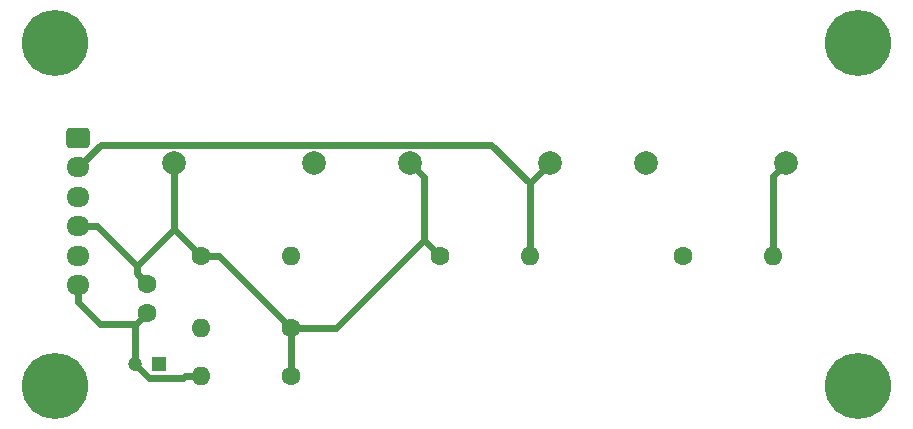
<source format=gbr>
%TF.GenerationSoftware,KiCad,Pcbnew,7.0.2*%
%TF.CreationDate,2023-10-27T13:44:30+02:00*%
%TF.ProjectId,zmct_3phase,7a6d6374-5f33-4706-9861-73652e6b6963,rev?*%
%TF.SameCoordinates,Original*%
%TF.FileFunction,Copper,L2,Bot*%
%TF.FilePolarity,Positive*%
%FSLAX46Y46*%
G04 Gerber Fmt 4.6, Leading zero omitted, Abs format (unit mm)*
G04 Created by KiCad (PCBNEW 7.0.2) date 2023-10-27 13:44:30*
%MOMM*%
%LPD*%
G01*
G04 APERTURE LIST*
G04 Aperture macros list*
%AMRoundRect*
0 Rectangle with rounded corners*
0 $1 Rounding radius*
0 $2 $3 $4 $5 $6 $7 $8 $9 X,Y pos of 4 corners*
0 Add a 4 corners polygon primitive as box body*
4,1,4,$2,$3,$4,$5,$6,$7,$8,$9,$2,$3,0*
0 Add four circle primitives for the rounded corners*
1,1,$1+$1,$2,$3*
1,1,$1+$1,$4,$5*
1,1,$1+$1,$6,$7*
1,1,$1+$1,$8,$9*
0 Add four rect primitives between the rounded corners*
20,1,$1+$1,$2,$3,$4,$5,0*
20,1,$1+$1,$4,$5,$6,$7,0*
20,1,$1+$1,$6,$7,$8,$9,0*
20,1,$1+$1,$8,$9,$2,$3,0*%
G04 Aperture macros list end*
%TA.AperFunction,ComponentPad*%
%ADD10C,1.600000*%
%TD*%
%TA.AperFunction,ComponentPad*%
%ADD11O,1.600000X1.600000*%
%TD*%
%TA.AperFunction,ComponentPad*%
%ADD12C,2.000000*%
%TD*%
%TA.AperFunction,ComponentPad*%
%ADD13C,5.600000*%
%TD*%
%TA.AperFunction,ComponentPad*%
%ADD14RoundRect,0.250000X-0.725000X0.600000X-0.725000X-0.600000X0.725000X-0.600000X0.725000X0.600000X0*%
%TD*%
%TA.AperFunction,ComponentPad*%
%ADD15O,1.950000X1.700000*%
%TD*%
%TA.AperFunction,ComponentPad*%
%ADD16R,1.200000X1.200000*%
%TD*%
%TA.AperFunction,ComponentPad*%
%ADD17C,1.200000*%
%TD*%
%TA.AperFunction,Conductor*%
%ADD18C,0.600000*%
%TD*%
G04 APERTURE END LIST*
D10*
%TO.P,R4,1*%
%TO.N,Net-(J1-Pin_4)*%
X152590000Y-106000000D03*
D11*
%TO.P,R4,2*%
%TO.N,Net-(J1-Pin_2)*%
X160210000Y-106000000D03*
%TD*%
D12*
%TO.P,U3,1*%
%TO.N,Net-(J1-Pin_4)*%
X170075000Y-98125000D03*
%TO.P,U3,2*%
%TO.N,Net-(J1-Pin_1)*%
X181925000Y-98125000D03*
%TD*%
%TO.P,U2,1*%
%TO.N,Net-(J1-Pin_4)*%
X150075000Y-98125000D03*
%TO.P,U2,2*%
%TO.N,Net-(J1-Pin_2)*%
X161925000Y-98125000D03*
%TD*%
D13*
%TO.P,H1,1*%
%TO.N,N/C*%
X120000000Y-88000000D03*
%TD*%
D14*
%TO.P,J1,1,Pin_1*%
%TO.N,Net-(J1-Pin_1)*%
X122000000Y-96000000D03*
D15*
%TO.P,J1,2,Pin_2*%
%TO.N,Net-(J1-Pin_2)*%
X122000000Y-98500000D03*
%TO.P,J1,3,Pin_3*%
%TO.N,Net-(J1-Pin_3)*%
X122000000Y-101000000D03*
%TO.P,J1,4,Pin_4*%
%TO.N,Net-(J1-Pin_4)*%
X122000000Y-103500000D03*
%TO.P,J1,5,Pin_5*%
%TO.N,Net-(J1-Pin_5)*%
X122000000Y-106000000D03*
%TO.P,J1,6,Pin_6*%
%TO.N,Net-(J1-Pin_6)*%
X122000000Y-108500000D03*
%TD*%
D10*
%TO.P,R3,1*%
%TO.N,Net-(J1-Pin_4)*%
X132380000Y-106000000D03*
D11*
%TO.P,R3,2*%
%TO.N,Net-(J1-Pin_3)*%
X140000000Y-106000000D03*
%TD*%
D16*
%TO.P,C2,1*%
%TO.N,Net-(J1-Pin_4)*%
X128800000Y-115200000D03*
D17*
%TO.P,C2,2*%
%TO.N,Net-(J1-Pin_6)*%
X126800000Y-115200000D03*
%TD*%
D10*
%TO.P,R1,1*%
%TO.N,Net-(J1-Pin_4)*%
X140010000Y-116200000D03*
D11*
%TO.P,R1,2*%
%TO.N,Net-(J1-Pin_6)*%
X132390000Y-116200000D03*
%TD*%
D10*
%TO.P,R5,1*%
%TO.N,Net-(J1-Pin_4)*%
X173190000Y-106000000D03*
D11*
%TO.P,R5,2*%
%TO.N,Net-(J1-Pin_1)*%
X180810000Y-106000000D03*
%TD*%
D13*
%TO.P,H3,1*%
%TO.N,N/C*%
X188000000Y-88000000D03*
%TD*%
%TO.P,H4,1*%
%TO.N,N/C*%
X188000000Y-117000000D03*
%TD*%
%TO.P,H2,1*%
%TO.N,N/C*%
X120000000Y-117000000D03*
%TD*%
D12*
%TO.P,U1,1*%
%TO.N,Net-(J1-Pin_4)*%
X130075000Y-98125000D03*
%TO.P,U1,2*%
%TO.N,Net-(J1-Pin_3)*%
X141925000Y-98125000D03*
%TD*%
D10*
%TO.P,R2,1*%
%TO.N,Net-(J1-Pin_4)*%
X140010000Y-112100000D03*
D11*
%TO.P,R2,2*%
%TO.N,Net-(J1-Pin_5)*%
X132390000Y-112100000D03*
%TD*%
D10*
%TO.P,C1,1*%
%TO.N,Net-(J1-Pin_4)*%
X127800000Y-108350000D03*
%TO.P,C1,2*%
%TO.N,Net-(J1-Pin_6)*%
X127800000Y-110850000D03*
%TD*%
D18*
%TO.N,Net-(J1-Pin_1)*%
X180810000Y-99240000D02*
X180810000Y-106000000D01*
X181925000Y-98125000D02*
X180810000Y-99240000D01*
%TO.N,Net-(J1-Pin_2)*%
X156950100Y-96580100D02*
X160210000Y-99840000D01*
X123919900Y-96580100D02*
X156950100Y-96580100D01*
X122000000Y-98500000D02*
X123919900Y-96580100D01*
X161925000Y-98125000D02*
X160210000Y-99840000D01*
X160210000Y-99840000D02*
X160210000Y-106000000D01*
%TO.N,Net-(J1-Pin_4)*%
X122000000Y-103500000D02*
X123575000Y-103500000D01*
X140010000Y-116200000D02*
X140010000Y-112100000D01*
X133910000Y-106000000D02*
X132380000Y-106000000D01*
X140010000Y-112100000D02*
X133910000Y-106000000D01*
X152590000Y-106000000D02*
X151250000Y-104660000D01*
X151250000Y-99300000D02*
X151250000Y-104660000D01*
X150075000Y-98125000D02*
X151250000Y-99300000D01*
X143810000Y-112100000D02*
X140010000Y-112100000D01*
X151250000Y-104660000D02*
X143810000Y-112100000D01*
X130075000Y-98125000D02*
X130075000Y-103695000D01*
X130075000Y-103695000D02*
X132380000Y-106000000D01*
X123575000Y-103500000D02*
X126922500Y-106847500D01*
X126922500Y-107472500D02*
X126922500Y-106847500D01*
X127800000Y-108350000D02*
X126922500Y-107472500D01*
X126922500Y-106847500D02*
X130075000Y-103695000D01*
%TO.N,Net-(J1-Pin_6)*%
X122000000Y-108500000D02*
X122000000Y-109950000D01*
X126850000Y-111800000D02*
X126800000Y-111800000D01*
X127800000Y-110850000D02*
X126850000Y-111800000D01*
X123850000Y-111800000D02*
X122000000Y-109950000D01*
X126800000Y-111800000D02*
X123850000Y-111800000D01*
X132390000Y-116200000D02*
X130990000Y-116200000D01*
X126800000Y-111800000D02*
X126800000Y-115200000D01*
X130821500Y-116368500D02*
X130990000Y-116200000D01*
X127968500Y-116368500D02*
X130821500Y-116368500D01*
X126800000Y-115200000D02*
X127968500Y-116368500D01*
%TD*%
M02*

</source>
